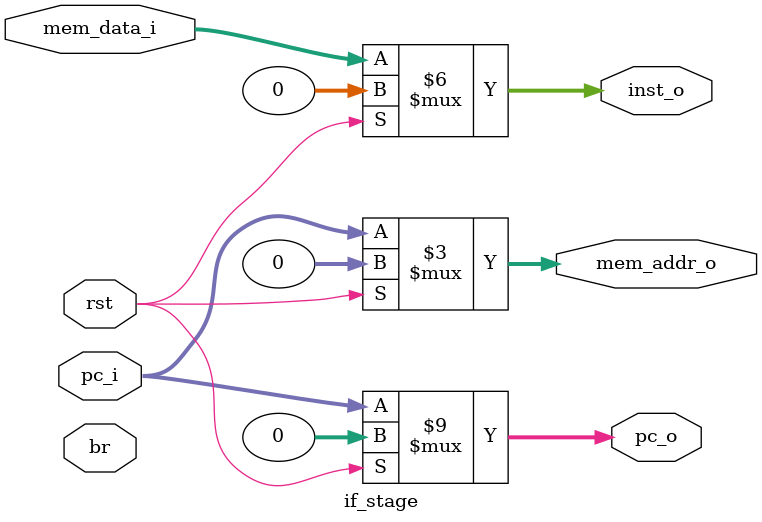
<source format=v>
module if_stage(
    input wire rst,
    
    input wire[31:0] pc_i,
    input wire br,
    input wire [31:0] mem_data_i,
    
    output reg[31:0] pc_o,
    output reg[31:0] inst_o,
    output reg[31:0] mem_addr_o

);
    
    always @ (*) begin 
        if(rst )begin
            pc_o = 0;
            inst_o = 0;
            mem_addr_o = 0;
        end else begin
            mem_addr_o = pc_i;
            pc_o = pc_i;
            inst_o = mem_data_i;
        end
    end            
endmodule
</source>
